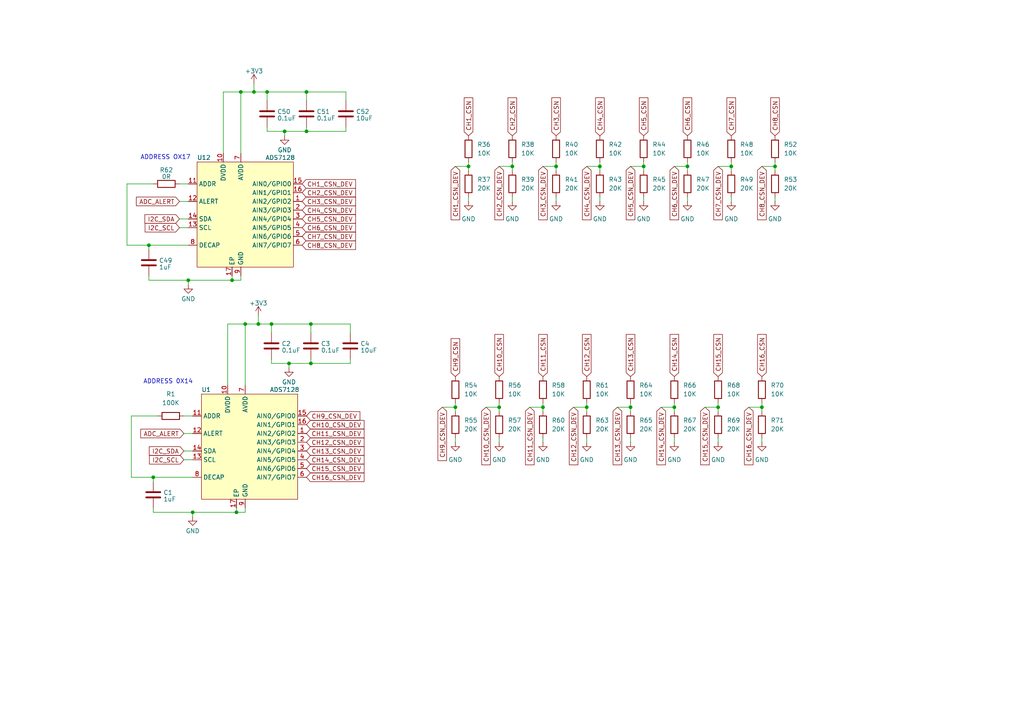
<source format=kicad_sch>
(kicad_sch (version 20250114) (generator "eeschema") (generator_version "9.0")
  (paper "A4")
  (lib_symbols
    (symbol "CARTHING:ADS7128"
      (property "Reference" "U" (at -11.43 16.51 0))
      (symbol "ADS7128_1_1"
        (rectangle (start -12.7 15.24) (end 15.24 -15.24) (fill (type background)))
        (pin input line (at -15.24 8.89 0) (length 2.54) (name "ADDR") (number "11"))
        (pin output line (at -15.24 3.81 0) (length 2.54) (name "ALERT") (number "12"))
        (pin bidirectional line (at -15.24 -1.27 0) (length 2.54) (name "SDA") (number "14"))
        (pin bidirectional line (at -15.24 -3.81 0) (length 2.54) (name "SCL") (number "13"))
        (pin power_in line (at -15.24 -8.89 0) (length 2.54) (name "DECAP") (number "8"))
        (pin power_in line (at -5.08 17.78 270) (length 2.54) (name "DVDD") (number "10"))
        (pin free line (at -2.54 -17.78 90) (length 2.54) (name "EP") (number "17"))
        (pin power_in line (at 0 17.78 270) (length 2.54) (name "AVDD") (number "7"))
        (pin power_in line (at 0 -17.78 90) (length 2.54) (name "GND") (number "9"))
        (pin bidirectional line (at 17.78 8.89 180) (length 2.54) (name "AIN0/GPIO0") (number "15"))
        (pin bidirectional line (at 17.78 6.35 180) (length 2.54) (name "AIN1/GPIO1") (number "16"))
        (pin bidirectional line (at 17.78 3.81 180) (length 2.54) (name "AIN2/GPIO2") (number "1"))
        (pin bidirectional line (at 17.78 1.27 180) (length 2.54) (name "AIN3/GPIO3") (number "2"))
        (pin bidirectional line (at 17.78 -1.27 180) (length 2.54) (name "AIN4/GPIO4") (number "3"))
        (pin bidirectional line (at 17.78 -3.81 180) (length 2.54) (name "AIN5/GPIO5") (number "4"))
        (pin bidirectional line (at 17.78 -6.35 180) (length 2.54) (name "AIN6/GPIO6") (number "5"))
        (pin bidirectional line (at 17.78 -8.89 180) (length 2.54) (name "AIN7/GPIO7") (number "6"))
      )
    )
    (symbol "Device:C" (pin_numbers (hide yes)) (pin_names (offset 0.254))
      (property "Reference" "C" (at 0.635 2.54 0))
      (property "Value" "C" (at 0.635 -2.54 0))
      (symbol "C_0_1"
        (polyline (pts (xy -2.032 0.762) (xy 2.032 0.762)) (stroke (width 0.508)))
        (polyline (pts (xy -2.032 -0.762) (xy 2.032 -0.762)) (stroke (width 0.508)))
      )
      (symbol "C_1_1"
        (pin passive line (at 0 3.81 270) (length 2.794) (name "~") (number "1"))
        (pin passive line (at 0 -3.81 90) (length 2.794) (name "~") (number "2"))
      )
    )
    (symbol "Device:R" (pin_numbers (hide yes)) (pin_names (offset 0))
      (property "Reference" "R" (at 2.032 0 90))
      (property "Value" "R" (at 0 0 90))
      (symbol "R_0_1"
        (rectangle (start -1.016 -2.54) (end 1.016 2.54) (stroke (width 0.254)))
      )
      (symbol "R_1_1"
        (pin passive line (at 0 3.81 270) (length 1.27) (name "~") (number "1"))
        (pin passive line (at 0 -3.81 90) (length 1.27) (name "~") (number "2"))
      )
    )
    (symbol "GND_1" (power) (pin_numbers (hide yes)) (pin_names (offset 0) (hide yes))
      (property "Value" "GND" (at 0 -3.81 0))
      (symbol "GND_1_0_1"
        (polyline (pts (xy 0 0) (xy 0 -1.27) (xy 1.27 -1.27) (xy 0 -2.54) (xy -1.27 -1.27) (xy 0 -1.27)))
      )
      (symbol "GND_1_1_1"
        (pin power_in line (at 0 0 270) (length 0) (name "~") (number "1"))
      )
    )
    (symbol "power:+3V3" (power) (pin_names (offset 0))
      (property "Value" "+3V3" (at 0 3.556 0))
      (symbol "+3V3_0_1"
        (polyline (pts (xy -0.762 1.27) (xy 0 2.54)))
        (polyline (pts (xy 0 2.54) (xy 0.762 1.27)))
        (polyline (pts (xy 0 0) (xy 0 2.54)))
      )
      (symbol "+3V3_1_1"
        (pin power_in line (at 0 0 90) (length 0) (hide yes) (name "+3V3") (number "1"))
      )
    )
    (symbol "power:GND" (power) (pin_names (offset 0))
      (property "Value" "GND" (at 0 -3.81 0))
      (symbol "GND_0_1"
        (polyline (pts (xy 0 0) (xy 0 -1.27) (xy 1.27 -1.27) (xy 0 -2.54) (xy -1.27 -1.27) (xy 0 -1.27)))
      )
      (symbol "GND_1_1"
        (pin power_in line (at 0 0 270) (length 0) (hide yes) (name "GND") (number "1"))
      )
    )
  )
  (text "ADDRESS OX17" (at 48.006 45.72 0) (effects (font (size 1.27 1.27))))
  (text "ADDRESS 0X14" (at 48.768 110.744 0) (effects (font (size 1.27 1.27))))
  (junction (at 71.12 93.98))
  (junction (at 88.9 38.1))
  (junction (at 224.79 48.26))
  (junction (at 90.17 105.41))
  (junction (at 195.58 118.11))
  (junction (at 135.89 48.26))
  (junction (at 82.55 38.1))
  (junction (at 132.08 118.11))
  (junction (at 182.88 118.11))
  (junction (at 55.88 148.59))
  (junction (at 148.59 48.26))
  (junction (at 220.98 118.11))
  (junction (at 83.82 105.41))
  (junction (at 157.48 118.11))
  (junction (at 212.09 48.26))
  (junction (at 88.9 26.67))
  (junction (at 144.78 118.11))
  (junction (at 173.99 48.26))
  (junction (at 43.18 71.12))
  (junction (at 90.17 93.98))
  (junction (at 161.29 48.26))
  (junction (at 208.28 118.11))
  (junction (at 199.39 48.26))
  (junction (at 44.45 138.43))
  (junction (at 54.61 81.28))
  (junction (at 186.69 48.26))
  (junction (at 69.85 26.67))
  (junction (at 170.18 118.11))
  (junction (at 67.31 81.28))
  (junction (at 77.47 26.67))
  (junction (at 68.58 148.59))
  (junction (at 74.93 93.98))
  (junction (at 73.66 26.67))
  (junction (at 78.74 93.98))
  (wire (pts (xy 52.07 66.04) (xy 54.61 66.04)))
  (wire (pts (xy 173.99 57.15) (xy 173.99 58.42)))
  (wire (pts (xy 195.58 118.11) (xy 195.58 119.38)))
  (wire (pts (xy 78.74 105.41) (xy 83.82 105.41)))
  (wire (pts (xy 83.82 105.41) (xy 90.17 105.41)))
  (wire (pts (xy 88.9 26.67) (xy 77.47 26.67)))
  (wire (pts (xy 170.18 116.84) (xy 170.18 118.11)))
  (wire (pts (xy 132.08 127) (xy 132.08 128.27)))
  (wire (pts (xy 67.31 80.01) (xy 67.31 81.28)))
  (wire (pts (xy 67.31 81.28) (xy 69.85 81.28)))
  (wire (pts (xy 212.09 57.15) (xy 212.09 58.42)))
  (wire (pts (xy 77.47 26.67) (xy 77.47 29.21)))
  (wire (pts (xy 144.78 116.84) (xy 144.78 118.11)))
  (wire (pts (xy 132.08 118.11) (xy 132.08 119.38)))
  (wire (pts (xy 90.17 93.98) (xy 78.74 93.98)))
  (wire (pts (xy 182.88 116.84) (xy 182.88 118.11)))
  (wire (pts (xy 220.98 48.26) (xy 224.79 48.26)))
  (wire (pts (xy 208.28 48.26) (xy 212.09 48.26)))
  (wire (pts (xy 144.78 48.26) (xy 148.59 48.26)))
  (wire (pts (xy 55.88 148.59) (xy 44.45 148.59)))
  (wire (pts (xy 157.48 127) (xy 157.48 128.27)))
  (wire (pts (xy 217.17 118.11) (xy 220.98 118.11)))
  (wire (pts (xy 43.18 71.12) (xy 54.61 71.12)))
  (wire (pts (xy 144.78 127) (xy 144.78 128.27)))
  (wire (pts (xy 52.07 53.34) (xy 54.61 53.34)))
  (wire (pts (xy 52.07 58.42) (xy 54.61 58.42)))
  (wire (pts (xy 53.34 125.73) (xy 55.88 125.73)))
  (wire (pts (xy 54.61 81.28) (xy 54.61 82.55)))
  (wire (pts (xy 135.89 46.99) (xy 135.89 48.26)))
  (wire (pts (xy 101.6 104.14) (xy 101.6 105.41)))
  (wire (pts (xy 199.39 48.26) (xy 199.39 49.53)))
  (wire (pts (xy 170.18 118.11) (xy 170.18 119.38)))
  (wire (pts (xy 71.12 93.98) (xy 74.93 93.98)))
  (wire (pts (xy 36.83 53.34) (xy 44.45 53.34)))
  (wire (pts (xy 68.58 148.59) (xy 55.88 148.59)))
  (wire (pts (xy 208.28 127) (xy 208.28 128.27)))
  (wire (pts (xy 69.85 26.67) (xy 73.66 26.67)))
  (wire (pts (xy 77.47 38.1) (xy 82.55 38.1)))
  (wire (pts (xy 68.58 148.59) (xy 71.12 148.59)))
  (wire (pts (xy 90.17 96.52) (xy 90.17 93.98)))
  (wire (pts (xy 182.88 48.26) (xy 186.69 48.26)))
  (wire (pts (xy 83.82 105.41) (xy 83.82 106.68)))
  (wire (pts (xy 38.1 120.65) (xy 45.72 120.65)))
  (wire (pts (xy 148.59 46.99) (xy 148.59 48.26)))
  (wire (pts (xy 74.93 91.44) (xy 74.93 93.98)))
  (wire (pts (xy 220.98 118.11) (xy 220.98 119.38)))
  (wire (pts (xy 170.18 48.26) (xy 173.99 48.26)))
  (wire (pts (xy 78.74 93.98) (xy 78.74 96.52)))
  (wire (pts (xy 220.98 127) (xy 220.98 128.27)))
  (wire (pts (xy 148.59 57.15) (xy 148.59 58.42)))
  (wire (pts (xy 88.9 29.21) (xy 88.9 26.67)))
  (wire (pts (xy 135.89 57.15) (xy 135.89 58.42)))
  (wire (pts (xy 182.88 127) (xy 182.88 128.27)))
  (wire (pts (xy 170.18 127) (xy 170.18 128.27)))
  (wire (pts (xy 148.59 48.26) (xy 148.59 49.53)))
  (wire (pts (xy 195.58 127) (xy 195.58 128.27)))
  (wire (pts (xy 144.78 118.11) (xy 144.78 119.38)))
  (wire (pts (xy 64.77 26.67) (xy 69.85 26.67)))
  (wire (pts (xy 101.6 93.98) (xy 90.17 93.98)))
  (wire (pts (xy 186.69 48.26) (xy 186.69 49.53)))
  (wire (pts (xy 100.33 29.21) (xy 100.33 26.67)))
  (wire (pts (xy 36.83 71.12) (xy 43.18 71.12)))
  (wire (pts (xy 44.45 138.43) (xy 44.45 139.7)))
  (wire (pts (xy 186.69 57.15) (xy 186.69 58.42)))
  (wire (pts (xy 161.29 48.26) (xy 161.29 49.53)))
  (wire (pts (xy 135.89 48.26) (xy 135.89 49.53)))
  (wire (pts (xy 64.77 44.45) (xy 64.77 26.67)))
  (wire (pts (xy 53.34 133.35) (xy 55.88 133.35)))
  (wire (pts (xy 101.6 105.41) (xy 90.17 105.41)))
  (wire (pts (xy 208.28 118.11) (xy 208.28 119.38)))
  (wire (pts (xy 101.6 96.52) (xy 101.6 93.98)))
  (wire (pts (xy 78.74 104.14) (xy 78.74 105.41)))
  (wire (pts (xy 53.34 120.65) (xy 55.88 120.65)))
  (wire (pts (xy 182.88 118.11) (xy 182.88 119.38)))
  (wire (pts (xy 82.55 38.1) (xy 88.9 38.1)))
  (wire (pts (xy 54.61 81.28) (xy 43.18 81.28)))
  (wire (pts (xy 71.12 148.59) (xy 71.12 147.32)))
  (wire (pts (xy 55.88 148.59) (xy 55.88 149.86)))
  (wire (pts (xy 90.17 105.41) (xy 90.17 104.14)))
  (wire (pts (xy 157.48 118.11) (xy 157.48 119.38)))
  (wire (pts (xy 224.79 48.26) (xy 224.79 49.53)))
  (wire (pts (xy 43.18 71.12) (xy 43.18 72.39)))
  (wire (pts (xy 161.29 57.15) (xy 161.29 58.42)))
  (wire (pts (xy 66.04 111.76) (xy 66.04 93.98)))
  (wire (pts (xy 204.47 118.11) (xy 208.28 118.11)))
  (wire (pts (xy 100.33 38.1) (xy 88.9 38.1)))
  (wire (pts (xy 74.93 93.98) (xy 78.74 93.98)))
  (wire (pts (xy 68.58 147.32) (xy 68.58 148.59)))
  (wire (pts (xy 44.45 138.43) (xy 55.88 138.43)))
  (wire (pts (xy 173.99 48.26) (xy 173.99 49.53)))
  (wire (pts (xy 153.67 118.11) (xy 157.48 118.11)))
  (wire (pts (xy 161.29 46.99) (xy 161.29 48.26)))
  (wire (pts (xy 100.33 26.67) (xy 88.9 26.67)))
  (wire (pts (xy 132.08 48.26) (xy 135.89 48.26)))
  (wire (pts (xy 73.66 24.13) (xy 73.66 26.67)))
  (wire (pts (xy 166.37 118.11) (xy 170.18 118.11)))
  (wire (pts (xy 67.31 81.28) (xy 54.61 81.28)))
  (wire (pts (xy 128.27 118.11) (xy 132.08 118.11)))
  (wire (pts (xy 69.85 44.45) (xy 69.85 26.67)))
  (wire (pts (xy 224.79 57.15) (xy 224.79 58.42)))
  (wire (pts (xy 195.58 116.84) (xy 195.58 118.11)))
  (wire (pts (xy 100.33 36.83) (xy 100.33 38.1)))
  (wire (pts (xy 212.09 48.26) (xy 212.09 49.53)))
  (wire (pts (xy 69.85 81.28) (xy 69.85 80.01)))
  (wire (pts (xy 140.97 118.11) (xy 144.78 118.11)))
  (wire (pts (xy 179.07 118.11) (xy 182.88 118.11)))
  (wire (pts (xy 157.48 48.26) (xy 161.29 48.26)))
  (wire (pts (xy 224.79 46.99) (xy 224.79 48.26)))
  (wire (pts (xy 66.04 93.98) (xy 71.12 93.98)))
  (wire (pts (xy 43.18 81.28) (xy 43.18 80.01)))
  (wire (pts (xy 82.55 38.1) (xy 82.55 39.37)))
  (wire (pts (xy 212.09 46.99) (xy 212.09 48.26)))
  (wire (pts (xy 157.48 116.84) (xy 157.48 118.11)))
  (wire (pts (xy 173.99 46.99) (xy 173.99 48.26)))
  (wire (pts (xy 199.39 57.15) (xy 199.39 58.42)))
  (wire (pts (xy 36.83 53.34) (xy 36.83 71.12)))
  (wire (pts (xy 191.77 118.11) (xy 195.58 118.11)))
  (wire (pts (xy 44.45 148.59) (xy 44.45 147.32)))
  (wire (pts (xy 38.1 138.43) (xy 44.45 138.43)))
  (wire (pts (xy 220.98 116.84) (xy 220.98 118.11)))
  (wire (pts (xy 53.34 130.81) (xy 55.88 130.81)))
  (wire (pts (xy 88.9 38.1) (xy 88.9 36.83)))
  (wire (pts (xy 199.39 46.99) (xy 199.39 48.26)))
  (wire (pts (xy 195.58 48.26) (xy 199.39 48.26)))
  (wire (pts (xy 132.08 116.84) (xy 132.08 118.11)))
  (wire (pts (xy 38.1 120.65) (xy 38.1 138.43)))
  (wire (pts (xy 77.47 36.83) (xy 77.47 38.1)))
  (wire (pts (xy 73.66 26.67) (xy 77.47 26.67)))
  (wire (pts (xy 208.28 116.84) (xy 208.28 118.11)))
  (wire (pts (xy 71.12 111.76) (xy 71.12 93.98)))
  (wire (pts (xy 52.07 63.5) (xy 54.61 63.5)))
  (wire (pts (xy 186.69 46.99) (xy 186.69 48.26)))
  (global_label "CH10_CSN_DEV" (shape input) (at 140.97 118.11 270) (property "Intersheetrefs" "${INTERSHEET_REFS}" (effects (hide yes))))
  (global_label "CH4_CSN" (shape input) (at 173.99 39.37 90) (property "Intersheetrefs" "${INTERSHEET_REFS}" (effects (hide yes))))
  (global_label "CH3_CSN" (shape input) (at 161.29 39.37 90) (property "Intersheetrefs" "${INTERSHEET_REFS}" (effects (hide yes))))
  (global_label "CH13_CSN_DEV" (shape input) (at 179.07 118.11 270) (property "Intersheetrefs" "${INTERSHEET_REFS}" (effects (hide yes))))
  (global_label "CH8_CSN_DEV" (shape input) (at 220.98 48.26 270) (property "Intersheetrefs" "${INTERSHEET_REFS}" (effects (hide yes))))
  (global_label "CH3_CSN_DEV" (shape input) (at 87.63 58.42 0) (property "Intersheetrefs" "${INTERSHEET_REFS}" (effects (hide yes))))
  (global_label "CH12_CSN_DEV" (shape input) (at 88.9 128.27 0) (property "Intersheetrefs" "${INTERSHEET_REFS}" (effects (hide yes))))
  (global_label "CH15_CSN" (shape input) (at 208.28 109.22 90) (property "Intersheetrefs" "${INTERSHEET_REFS}" (effects (hide yes))))
  (global_label "CH2_CSN" (shape input) (at 148.59 39.37 90) (property "Intersheetrefs" "${INTERSHEET_REFS}" (effects (hide yes))))
  (global_label "CH13_CSN" (shape input) (at 182.88 109.22 90) (property "Intersheetrefs" "${INTERSHEET_REFS}" (effects (hide yes))))
  (global_label "CH10_CSN_DEV" (shape input) (at 88.9 123.19 0) (property "Intersheetrefs" "${INTERSHEET_REFS}" (effects (hide yes))))
  (global_label "CH6_CSN_DEV" (shape input) (at 195.58 48.26 270) (property "Intersheetrefs" "${INTERSHEET_REFS}" (effects (hide yes))))
  (global_label "CH12_CSN" (shape input) (at 170.18 109.22 90) (property "Intersheetrefs" "${INTERSHEET_REFS}" (effects (hide yes))))
  (global_label "CH4_CSN_DEV" (shape input) (at 170.18 48.26 270) (property "Intersheetrefs" "${INTERSHEET_REFS}" (effects (hide yes))))
  (global_label "CH1_CSN" (shape input) (at 135.89 39.37 90) (property "Intersheetrefs" "${INTERSHEET_REFS}" (effects (hide yes))))
  (global_label "CH8_CSN_DEV" (shape input) (at 87.63 71.12 0) (property "Intersheetrefs" "${INTERSHEET_REFS}" (effects (hide yes))))
  (global_label "I2C_SCL" (shape input) (at 53.34 133.35 180) (property "Intersheetrefs" "${INTERSHEET_REFS}" (effects (hide yes))))
  (global_label "CH5_CSN" (shape input) (at 186.69 39.37 90) (property "Intersheetrefs" "${INTERSHEET_REFS}" (effects (hide yes))))
  (global_label "CH11_CSN_DEV" (shape input) (at 153.67 118.11 270) (property "Intersheetrefs" "${INTERSHEET_REFS}" (effects (hide yes))))
  (global_label "CH14_CSN" (shape input) (at 195.58 109.22 90) (property "Intersheetrefs" "${INTERSHEET_REFS}" (effects (hide yes))))
  (global_label "CH5_CSN_DEV" (shape input) (at 182.88 48.26 270) (property "Intersheetrefs" "${INTERSHEET_REFS}" (effects (hide yes))))
  (global_label "CH1_CSN_DEV" (shape input) (at 87.63 53.34 0) (property "Intersheetrefs" "${INTERSHEET_REFS}" (effects (hide yes))))
  (global_label "CH5_CSN_DEV" (shape input) (at 87.63 63.5 0) (property "Intersheetrefs" "${INTERSHEET_REFS}" (effects (hide yes))))
  (global_label "CH14_CSN_DEV" (shape input) (at 88.9 133.35 0) (property "Intersheetrefs" "${INTERSHEET_REFS}" (effects (hide yes))))
  (global_label "CH9_CSN_DEV" (shape input) (at 88.9 120.65 0) (property "Intersheetrefs" "${INTERSHEET_REFS}" (effects (hide yes))))
  (global_label "CH15_CSN_DEV" (shape input) (at 204.47 118.11 270) (property "Intersheetrefs" "${INTERSHEET_REFS}" (effects (hide yes))))
  (global_label "CH7_CSN" (shape input) (at 212.09 39.37 90) (property "Intersheetrefs" "${INTERSHEET_REFS}" (effects (hide yes))))
  (global_label "CH6_CSN" (shape input) (at 199.39 39.37 90) (property "Intersheetrefs" "${INTERSHEET_REFS}" (effects (hide yes))))
  (global_label "CH16_CSN" (shape input) (at 220.98 109.22 90) (property "Intersheetrefs" "${INTERSHEET_REFS}" (effects (hide yes))))
  (global_label "CH9_CSN_DEV" (shape input) (at 128.27 118.11 270) (property "Intersheetrefs" "${INTERSHEET_REFS}" (effects (hide yes))))
  (global_label "CH7_CSN_DEV" (shape input) (at 208.28 48.26 270) (property "Intersheetrefs" "${INTERSHEET_REFS}" (effects (hide yes))))
  (global_label "CH11_CSN" (shape input) (at 157.48 109.22 90) (property "Intersheetrefs" "${INTERSHEET_REFS}" (effects (hide yes))))
  (global_label "CH4_CSN_DEV" (shape input) (at 87.63 60.96 0) (property "Intersheetrefs" "${INTERSHEET_REFS}" (effects (hide yes))))
  (global_label "CH16_CSN_DEV" (shape input) (at 88.9 138.43 0) (property "Intersheetrefs" "${INTERSHEET_REFS}" (effects (hide yes))))
  (global_label "I2C_SCL" (shape input) (at 52.07 66.04 180) (property "Intersheetrefs" "${INTERSHEET_REFS}" (effects (hide yes))))
  (global_label "ADC_ALERT" (shape input) (at 52.07 58.42 180) (property "Intersheetrefs" "${INTERSHEET_REFS}" (effects (hide yes))))
  (global_label "CH16_CSN_DEV" (shape input) (at 217.17 118.11 270) (property "Intersheetrefs" "${INTERSHEET_REFS}" (effects (hide yes))))
  (global_label "I2C_SDA" (shape input) (at 53.34 130.81 180) (property "Intersheetrefs" "${INTERSHEET_REFS}" (effects (hide yes))))
  (global_label "CH1_CSN_DEV" (shape input) (at 132.08 48.26 270) (property "Intersheetrefs" "${INTERSHEET_REFS}" (effects (hide yes))))
  (global_label "CH15_CSN_DEV" (shape input) (at 88.9 135.89 0) (property "Intersheetrefs" "${INTERSHEET_REFS}" (effects (hide yes))))
  (global_label "CH13_CSN_DEV" (shape input) (at 88.9 130.81 0) (property "Intersheetrefs" "${INTERSHEET_REFS}" (effects (hide yes))))
  (global_label "CH14_CSN_DEV" (shape input) (at 191.77 118.11 270) (property "Intersheetrefs" "${INTERSHEET_REFS}" (effects (hide yes))))
  (global_label "CH7_CSN_DEV" (shape input) (at 87.63 68.58 0) (property "Intersheetrefs" "${INTERSHEET_REFS}" (effects (hide yes))))
  (global_label "CH9_CSN" (shape input) (at 132.08 109.22 90) (property "Intersheetrefs" "${INTERSHEET_REFS}" (effects (hide yes))))
  (global_label "CH6_CSN_DEV" (shape input) (at 87.63 66.04 0) (property "Intersheetrefs" "${INTERSHEET_REFS}" (effects (hide yes))))
  (global_label "CH3_CSN_DEV" (shape input) (at 157.48 48.26 270) (property "Intersheetrefs" "${INTERSHEET_REFS}" (effects (hide yes))))
  (global_label "CH10_CSN" (shape input) (at 144.78 109.22 90) (property "Intersheetrefs" "${INTERSHEET_REFS}" (effects (hide yes))))
  (global_label "CH12_CSN_DEV" (shape input) (at 166.37 118.11 270) (property "Intersheetrefs" "${INTERSHEET_REFS}" (effects (hide yes))))
  (global_label "CH8_CSN" (shape input) (at 224.79 39.37 90) (property "Intersheetrefs" "${INTERSHEET_REFS}" (effects (hide yes))))
  (global_label "I2C_SDA" (shape input) (at 52.07 63.5 180) (property "Intersheetrefs" "${INTERSHEET_REFS}" (effects (hide yes))))
  (global_label "CH11_CSN_DEV" (shape input) (at 88.9 125.73 0) (property "Intersheetrefs" "${INTERSHEET_REFS}" (effects (hide yes))))
  (global_label "ADC_ALERT" (shape input) (at 53.34 125.73 180) (property "Intersheetrefs" "${INTERSHEET_REFS}" (effects (hide yes))))
  (global_label "CH2_CSN_DEV" (shape input) (at 87.63 55.88 0) (property "Intersheetrefs" "${INTERSHEET_REFS}" (effects (hide yes))))
  (global_label "CH2_CSN_DEV" (shape input) (at 144.78 48.26 270) (property "Intersheetrefs" "${INTERSHEET_REFS}" (effects (hide yes))))
  (symbol (lib_id "Device:R") (at 148.59 43.18 0) (unit 1)
    (property "Reference" "R38" (at 151.13 41.9099 0) (effects (justify left)))
    (property "Value" "10K" (at 151.13 44.4499 0) (effects (justify left)))
    (property "Description" "Resistor" (effects (hide yes)))
  )
  (symbol (lib_name "GND_1") (lib_id "power:GND") (at 132.08 128.27 0) (unit 1)
    (property "Reference" "#PWR052" (effects (hide yes)))
    (property "Value" "GND" (at 132.08 133.35 0))
    (property "Description" "Power symbol creates a global label with name \"GND\" , ground" (effects (hide yes)))
  )
  (symbol (lib_id "Device:R") (at 186.69 53.34 0) (unit 1)
    (property "Reference" "R45" (at 189.23 52.0699 0) (effects (justify left)))
    (property "Value" "20K" (at 189.23 54.6099 0) (effects (justify left)))
    (property "Description" "Resistor" (effects (hide yes)))
  )
  (symbol (lib_id "Device:R") (at 161.29 53.34 0) (unit 1)
    (property "Reference" "R41" (at 163.83 52.0699 0) (effects (justify left)))
    (property "Value" "20K" (at 163.83 54.6099 0) (effects (justify left)))
    (property "Description" "Resistor" (effects (hide yes)))
  )
  (symbol (lib_name "GND_1") (lib_id "power:GND") (at 170.18 128.27 0) (unit 1)
    (property "Reference" "#PWR060" (effects (hide yes)))
    (property "Value" "GND" (at 170.18 133.35 0))
    (property "Description" "Power symbol creates a global label with name \"GND\" , ground" (effects (hide yes)))
  )
  (symbol (lib_id "Device:C") (at 100.33 33.02 0) (unit 1)
    (property "Reference" "C52" (at 103.251 32.3763 0) (effects (justify left)))
    (property "Value" "10uF" (at 103.251 34.2973 0) (effects (justify left)))
    (property "Footprint" "Capacitor_SMD:C_0603_1608Metric" (effects (hide yes)))
  )
  (symbol (lib_id "CARTHING:ADS7128") (at 69.85 62.23 0) (unit 1)
    (property "Reference" "U12" (at 57.15 45.72 0) (effects (justify left)))
    (property "Value" "ADS7128" (at 81.28 45.72 0))
    (property "Footprint" "Package_DFN_QFN:WQFN-16-1EP_3x3mm_P0.5mm_EP1.6x1.6mm_ThermalVias" (effects (hide yes)))
  )
  (symbol (lib_name "GND_1") (lib_id "power:GND") (at 208.28 128.27 0) (unit 1)
    (property "Reference" "#PWR066" (effects (hide yes)))
    (property "Value" "GND" (at 208.28 133.35 0))
    (property "Description" "Power symbol creates a global label with name \"GND\" , ground" (effects (hide yes)))
  )
  (symbol (lib_id "Device:R") (at 170.18 123.19 0) (unit 1)
    (property "Reference" "R63" (at 172.72 121.9199 0) (effects (justify left)))
    (property "Value" "20K" (at 172.72 124.4599 0) (effects (justify left)))
    (property "Description" "Resistor" (effects (hide yes)))
  )
  (symbol (lib_id "Device:R") (at 135.89 43.18 0) (unit 1)
    (property "Reference" "R36" (at 138.43 41.9099 0) (effects (justify left)))
    (property "Value" "10K" (at 138.43 44.4499 0) (effects (justify left)))
    (property "Description" "Resistor" (effects (hide yes)))
  )
  (symbol (lib_id "Device:R") (at 144.78 113.03 0) (unit 1)
    (property "Reference" "R56" (at 147.32 111.7599 0) (effects (justify left)))
    (property "Value" "10K" (at 147.32 114.2999 0) (effects (justify left)))
    (property "Description" "Resistor" (effects (hide yes)))
  )
  (symbol (lib_id "Device:R") (at 161.29 43.18 0) (unit 1)
    (property "Reference" "R40" (at 163.83 41.9099 0) (effects (justify left)))
    (property "Value" "10K" (at 163.83 44.4499 0) (effects (justify left)))
    (property "Description" "Resistor" (effects (hide yes)))
  )
  (symbol (lib_id "Device:R") (at 173.99 43.18 0) (unit 1)
    (property "Reference" "R42" (at 176.53 41.9099 0) (effects (justify left)))
    (property "Value" "10K" (at 176.53 44.4499 0) (effects (justify left)))
    (property "Description" "Resistor" (effects (hide yes)))
  )
  (symbol (lib_name "GND_1") (lib_id "power:GND") (at 157.48 128.27 0) (unit 1)
    (property "Reference" "#PWR054" (effects (hide yes)))
    (property "Value" "GND" (at 157.48 133.35 0))
    (property "Description" "Power symbol creates a global label with name \"GND\" , ground" (effects (hide yes)))
  )
  (symbol (lib_name "GND_1") (lib_id "power:GND") (at 220.98 128.27 0) (unit 1)
    (property "Reference" "#PWR067" (effects (hide yes)))
    (property "Value" "GND" (at 220.98 133.35 0))
    (property "Description" "Power symbol creates a global label with name \"GND\" , ground" (effects (hide yes)))
  )
  (symbol (lib_id "Device:R") (at 212.09 53.34 0) (unit 1)
    (property "Reference" "R49" (at 214.63 52.0699 0) (effects (justify left)))
    (property "Value" "20K" (at 214.63 54.6099 0) (effects (justify left)))
    (property "Description" "Resistor" (effects (hide yes)))
  )
  (symbol (lib_name "GND_1") (lib_id "power:GND") (at 199.39 58.42 0) (unit 1)
    (property "Reference" "#PWR039" (effects (hide yes)))
    (property "Value" "GND" (at 199.39 63.5 0))
    (property "Description" "Power symbol creates a global label with name \"GND\" , ground" (effects (hide yes)))
  )
  (symbol (lib_name "GND_1") (lib_id "power:GND") (at 224.79 58.42 0) (unit 1)
    (property "Reference" "#PWR041" (effects (hide yes)))
    (property "Value" "GND" (at 224.79 63.5 0))
    (property "Description" "Power symbol creates a global label with name \"GND\" , ground" (effects (hide yes)))
  )
  (symbol (lib_name "GND_1") (lib_id "power:GND") (at 148.59 58.42 0) (unit 1)
    (property "Reference" "#PWR035" (effects (hide yes)))
    (property "Value" "GND" (at 148.59 63.5 0))
    (property "Description" "Power symbol creates a global label with name \"GND\" , ground" (effects (hide yes)))
  )
  (symbol (lib_id "Device:R") (at 132.08 123.19 0) (unit 1)
    (property "Reference" "R55" (at 134.62 121.9199 0) (effects (justify left)))
    (property "Value" "20K" (at 134.62 124.4599 0) (effects (justify left)))
    (property "Description" "Resistor" (effects (hide yes)))
  )
  (symbol (lib_id "Device:C") (at 77.47 33.02 0) (unit 1)
    (property "Reference" "C50" (at 80.391 32.3763 0) (effects (justify left)))
    (property "Value" "0.1uF" (at 80.391 34.2973 0) (effects (justify left)))
    (property "Footprint" "Capacitor_SMD:C_0603_1608Metric" (effects (hide yes)))
  )
  (symbol (lib_id "Device:R") (at 208.28 123.19 0) (unit 1)
    (property "Reference" "R69" (at 210.82 121.9199 0) (effects (justify left)))
    (property "Value" "20K" (at 210.82 124.4599 0) (effects (justify left)))
    (property "Description" "Resistor" (effects (hide yes)))
  )
  (symbol (lib_id "Device:R") (at 220.98 123.19 0) (unit 1)
    (property "Reference" "R71" (at 223.52 121.9199 0) (effects (justify left)))
    (property "Value" "20K" (at 223.52 124.4599 0) (effects (justify left)))
    (property "Description" "Resistor" (effects (hide yes)))
  )
  (symbol (lib_id "Device:R") (at 170.18 113.03 0) (unit 1)
    (property "Reference" "R61" (at 172.72 111.7599 0) (effects (justify left)))
    (property "Value" "10K" (at 172.72 114.2999 0) (effects (justify left)))
    (property "Description" "Resistor" (effects (hide yes)))
  )
  (symbol (lib_name "GND_1") (lib_id "power:GND") (at 135.89 58.42 0) (unit 1)
    (property "Reference" "#PWR034" (effects (hide yes)))
    (property "Value" "GND" (at 135.89 63.5 0))
    (property "Description" "Power symbol creates a global label with name \"GND\" , ground" (effects (hide yes)))
  )
  (symbol (lib_id "Device:R") (at 199.39 43.18 0) (unit 1)
    (property "Reference" "R46" (at 201.93 41.9099 0) (effects (justify left)))
    (property "Value" "10K" (at 201.93 44.4499 0) (effects (justify left)))
    (property "Description" "Resistor" (effects (hide yes)))
  )
  (symbol (lib_id "Device:R") (at 173.99 53.34 0) (unit 1)
    (property "Reference" "R43" (at 176.53 52.0699 0) (effects (justify left)))
    (property "Value" "20K" (at 176.53 54.6099 0) (effects (justify left)))
    (property "Description" "Resistor" (effects (hide yes)))
  )
  (symbol (lib_id "power:+3V3") (at 74.93 91.44 0) (unit 1)
    (property "Reference" "#PWR02" (effects (hide yes)))
    (property "Value" "+3V3" (at 74.93 87.9381 0))
  )
  (symbol (lib_id "power:+3V3") (at 73.66 24.13 0) (unit 1)
    (property "Reference" "#PWR062" (effects (hide yes)))
    (property "Value" "+3V3" (at 73.66 20.6281 0))
  )
  (symbol (lib_name "GND_1") (lib_id "power:GND") (at 186.69 58.42 0) (unit 1)
    (property "Reference" "#PWR038" (effects (hide yes)))
    (property "Value" "GND" (at 186.69 63.5 0))
    (property "Description" "Power symbol creates a global label with name \"GND\" , ground" (effects (hide yes)))
  )
  (symbol (lib_id "Device:R") (at 182.88 113.03 0) (unit 1)
    (property "Reference" "R64" (at 185.42 111.7599 0) (effects (justify left)))
    (property "Value" "10K" (at 185.42 114.2999 0) (effects (justify left)))
    (property "Description" "Resistor" (effects (hide yes)))
  )
  (symbol (lib_id "Device:R") (at 195.58 113.03 0) (unit 1)
    (property "Reference" "R66" (at 198.12 111.7599 0) (effects (justify left)))
    (property "Value" "10K" (at 198.12 114.2999 0) (effects (justify left)))
    (property "Description" "Resistor" (effects (hide yes)))
  )
  (symbol (lib_id "Device:R") (at 220.98 113.03 0) (unit 1)
    (property "Reference" "R70" (at 223.52 111.7599 0) (effects (justify left)))
    (property "Value" "10K" (at 223.52 114.2999 0) (effects (justify left)))
    (property "Description" "Resistor" (effects (hide yes)))
  )
  (symbol (lib_id "power:GND") (at 83.82 106.68 0) (unit 1)
    (property "Reference" "#PWR03" (effects (hide yes)))
    (property "Value" "GND" (at 83.82 110.8155 0))
  )
  (symbol (lib_name "GND_1") (lib_id "power:GND") (at 195.58 128.27 0) (unit 1)
    (property "Reference" "#PWR065" (effects (hide yes)))
    (property "Value" "GND" (at 195.58 133.35 0))
    (property "Description" "Power symbol creates a global label with name \"GND\" , ground" (effects (hide yes)))
  )
  (symbol (lib_id "Device:R") (at 208.28 113.03 0) (unit 1)
    (property "Reference" "R68" (at 210.82 111.7599 0) (effects (justify left)))
    (property "Value" "10K" (at 210.82 114.2999 0) (effects (justify left)))
    (property "Description" "Resistor" (effects (hide yes)))
  )
  (symbol (lib_name "GND_1") (lib_id "power:GND") (at 161.29 58.42 0) (unit 1)
    (property "Reference" "#PWR036" (effects (hide yes)))
    (property "Value" "GND" (at 161.29 63.5 0))
    (property "Description" "Power symbol creates a global label with name \"GND\" , ground" (effects (hide yes)))
  )
  (symbol (lib_name "GND_1") (lib_id "power:GND") (at 173.99 58.42 0) (unit 1)
    (property "Reference" "#PWR037" (effects (hide yes)))
    (property "Value" "GND" (at 173.99 63.5 0))
    (property "Description" "Power symbol creates a global label with name \"GND\" , ground" (effects (hide yes)))
  )
  (symbol (lib_name "GND_1") (lib_id "power:GND") (at 212.09 58.42 0) (unit 1)
    (property "Reference" "#PWR040" (effects (hide yes)))
    (property "Value" "GND" (at 212.09 63.5 0))
    (property "Description" "Power symbol creates a global label with name \"GND\" , ground" (effects (hide yes)))
  )
  (symbol (lib_id "Device:R") (at 49.53 120.65 90) (unit 1)
    (property "Reference" "R1" (at 49.53 114.3 90))
    (property "Value" "100K" (at 49.53 116.84 90))
    (property "Footprint" "Resistor_SMD:R_0603_1608Metric" (effects (hide yes)))
  )
  (symbol (lib_id "Device:R") (at 157.48 123.19 0) (unit 1)
    (property "Reference" "R60" (at 160.02 121.9199 0) (effects (justify left)))
    (property "Value" "20K" (at 160.02 124.4599 0) (effects (justify left)))
    (property "Description" "Resistor" (effects (hide yes)))
  )
  (symbol (lib_name "GND_1") (lib_id "power:GND") (at 144.78 128.27 0) (unit 1)
    (property "Reference" "#PWR053" (effects (hide yes)))
    (property "Value" "GND" (at 144.78 133.35 0))
    (property "Description" "Power symbol creates a global label with name \"GND\" , ground" (effects (hide yes)))
  )
  (symbol (lib_name "GND_1") (lib_id "power:GND") (at 182.88 128.27 0) (unit 1)
    (property "Reference" "#PWR064" (effects (hide yes)))
    (property "Value" "GND" (at 182.88 133.35 0))
    (property "Description" "Power symbol creates a global label with name \"GND\" , ground" (effects (hide yes)))
  )
  (symbol (lib_id "Device:R") (at 48.26 53.34 90) (unit 1)
    (property "Reference" "R62" (at 48.26 49.3141 90))
    (property "Value" "0R" (at 48.26 51.2351 90))
    (property "Footprint" "Resistor_SMD:R_0603_1608Metric" (effects (hide yes)))
  )
  (symbol (lib_id "Device:R") (at 224.79 43.18 0) (unit 1)
    (property "Reference" "R52" (at 227.33 41.9099 0) (effects (justify left)))
    (property "Value" "10K" (at 227.33 44.4499 0) (effects (justify left)))
    (property "Description" "Resistor" (effects (hide yes)))
  )
  (symbol (lib_id "Device:R") (at 144.78 123.19 0) (unit 1)
    (property "Reference" "R57" (at 147.32 121.9199 0) (effects (justify left)))
    (property "Value" "20K" (at 147.32 124.4599 0) (effects (justify left)))
    (property "Description" "Resistor" (effects (hide yes)))
  )
  (symbol (lib_id "Device:C") (at 43.18 76.2 0) (unit 1)
    (property "Reference" "C49" (at 46.101 75.5563 0) (effects (justify left)))
    (property "Value" "1uF" (at 46.101 77.4773 0) (effects (justify left)))
    (property "Footprint" "Capacitor_SMD:C_0603_1608Metric" (effects (hide yes)))
  )
  (symbol (lib_id "Device:R") (at 224.79 53.34 0) (unit 1)
    (property "Reference" "R53" (at 227.33 52.0699 0) (effects (justify left)))
    (property "Value" "20K" (at 227.33 54.6099 0) (effects (justify left)))
    (property "Description" "Resistor" (effects (hide yes)))
  )
  (symbol (lib_id "Device:C") (at 78.74 100.33 0) (unit 1)
    (property "Reference" "C2" (at 81.661 99.6863 0) (effects (justify left)))
    (property "Value" "0.1uF" (at 81.661 101.6073 0) (effects (justify left)))
    (property "Footprint" "Capacitor_SMD:C_0603_1608Metric" (effects (hide yes)))
  )
  (symbol (lib_id "power:GND") (at 54.61 82.55 0) (unit 1)
    (property "Reference" "#PWR061" (effects (hide yes)))
    (property "Value" "GND" (at 54.61 86.6855 0))
  )
  (symbol (lib_id "Device:C") (at 88.9 33.02 0) (unit 1)
    (property "Reference" "C51" (at 91.821 32.3763 0) (effects (justify left)))
    (property "Value" "0.1uF" (at 91.821 34.2973 0) (effects (justify left)))
    (property "Footprint" "Capacitor_SMD:C_0603_1608Metric" (effects (hide yes)))
  )
  (symbol (lib_id "Device:C") (at 101.6 100.33 0) (unit 1)
    (property "Reference" "C4" (at 104.521 99.6863 0) (effects (justify left)))
    (property "Value" "10uF" (at 104.521 101.6073 0) (effects (justify left)))
    (property "Footprint" "Capacitor_SMD:C_0603_1608Metric" (effects (hide yes)))
  )
  (symbol (lib_id "Device:R") (at 212.09 43.18 0) (unit 1)
    (property "Reference" "R48" (at 214.63 41.9099 0) (effects (justify left)))
    (property "Value" "10K" (at 214.63 44.4499 0) (effects (justify left)))
    (property "Description" "Resistor" (effects (hide yes)))
  )
  (symbol (lib_id "Device:C") (at 44.45 143.51 0) (unit 1)
    (property "Reference" "C1" (at 47.371 142.8663 0) (effects (justify left)))
    (property "Value" "1uF" (at 47.371 144.7873 0) (effects (justify left)))
    (property "Footprint" "Capacitor_SMD:C_0603_1608Metric" (effects (hide yes)))
  )
  (symbol (lib_id "Device:R") (at 199.39 53.34 0) (unit 1)
    (property "Reference" "R47" (at 201.93 52.0699 0) (effects (justify left)))
    (property "Value" "20K" (at 201.93 54.6099 0) (effects (justify left)))
    (property "Description" "Resistor" (effects (hide yes)))
  )
  (symbol (lib_id "Device:R") (at 195.58 123.19 0) (unit 1)
    (property "Reference" "R67" (at 198.12 121.9199 0) (effects (justify left)))
    (property "Value" "20K" (at 198.12 124.4599 0) (effects (justify left)))
    (property "Description" "Resistor" (effects (hide yes)))
  )
  (symbol (lib_id "power:GND") (at 82.55 39.37 0) (unit 1)
    (property "Reference" "#PWR063" (effects (hide yes)))
    (property "Value" "GND" (at 82.55 43.5055 0))
  )
  (symbol (lib_id "Device:C") (at 90.17 100.33 0) (unit 1)
    (property "Reference" "C3" (at 93.091 99.6863 0) (effects (justify left)))
    (property "Value" "0.1uF" (at 93.091 101.6073 0) (effects (justify left)))
    (property "Footprint" "Capacitor_SMD:C_0603_1608Metric" (effects (hide yes)))
  )
  (symbol (lib_id "Device:R") (at 132.08 113.03 0) (unit 1)
    (property "Reference" "R54" (at 134.62 111.7599 0) (effects (justify left)))
    (property "Value" "10K" (at 134.62 114.2999 0) (effects (justify left)))
    (property "Description" "Resistor" (effects (hide yes)))
  )
  (symbol (lib_id "CARTHING:ADS7128") (at 71.12 129.54 0) (unit 1)
    (property "Reference" "U1" (at 58.42 113.03 0) (effects (justify left)))
    (property "Value" "ADS7128" (at 82.55 113.03 0))
    (property "Footprint" "Package_DFN_QFN:WQFN-16-1EP_3x3mm_P0.5mm_EP1.6x1.6mm_ThermalVias" (effects (hide yes)))
  )
  (symbol (lib_id "Device:R") (at 182.88 123.19 0) (unit 1)
    (property "Reference" "R65" (at 185.42 121.9199 0) (effects (justify left)))
    (property "Value" "20K" (at 185.42 124.4599 0) (effects (justify left)))
    (property "Description" "Resistor" (effects (hide yes)))
  )
  (symbol (lib_id "Device:R") (at 186.69 43.18 0) (unit 1)
    (property "Reference" "R44" (at 189.23 41.9099 0) (effects (justify left)))
    (property "Value" "10K" (at 189.23 44.4499 0) (effects (justify left)))
    (property "Description" "Resistor" (effects (hide yes)))
  )
  (symbol (lib_id "Device:R") (at 148.59 53.34 0) (unit 1)
    (property "Reference" "R39" (at 151.13 52.0699 0) (effects (justify left)))
    (property "Value" "20K" (at 151.13 54.6099 0) (effects (justify left)))
    (property "Description" "Resistor" (effects (hide yes)))
  )
  (symbol (lib_id "Device:R") (at 135.89 53.34 0) (unit 1)
    (property "Reference" "R37" (at 138.43 52.0699 0) (effects (justify left)))
    (property "Value" "20K" (at 138.43 54.6099 0) (effects (justify left)))
    (property "Description" "Resistor" (effects (hide yes)))
  )
  (symbol (lib_id "Device:R") (at 157.48 113.03 0) (unit 1)
    (property "Reference" "R58" (at 160.02 111.7599 0) (effects (justify left)))
    (property "Value" "10K" (at 160.02 114.2999 0) (effects (justify left)))
    (property "Description" "Resistor" (effects (hide yes)))
  )
  (symbol (lib_id "power:GND") (at 55.88 149.86 0) (unit 1)
    (property "Reference" "#PWR01" (effects (hide yes)))
    (property "Value" "GND" (at 55.88 153.9955 0))
  )
)
</source>
